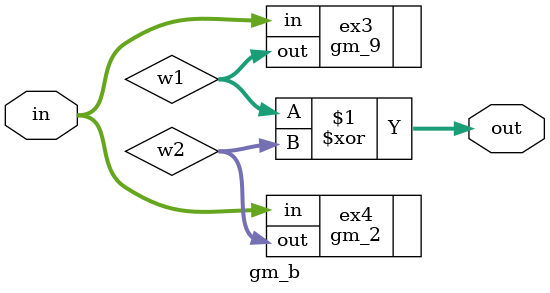
<source format=sv>
module gm_b (in, out);
	input [7:0] in;
	output [7:0] out;
	
	wire [7:0] w1, w2;
	
	gm_9 ex3 (
		.in (in),
		.out (w1)
	);
	
	gm_2 ex4 (
		.in (in),
		.out (w2)
	);
	
	assign out = w1 ^ w2;
	
endmodule

</source>
